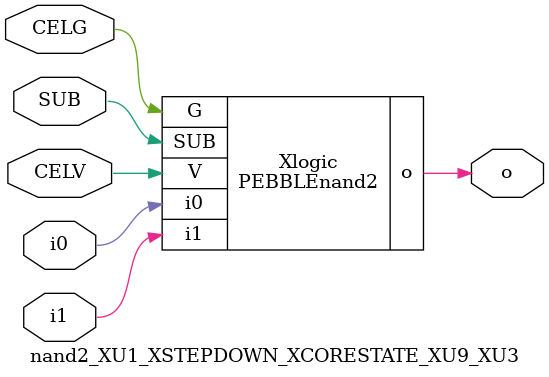
<source format=v>



module PEBBLEnand2 ( o, G, SUB, V, i0, i1 );

  input i0;
  input V;
  input i1;
  input G;
  output o;
  input SUB;
endmodule

//Celera Confidential Do Not Copy nand2_XU1_XSTEPDOWN_XCORESTATE_XU9_XU3
//Celera Confidential Symbol Generator
//5V NAND2
module nand2_XU1_XSTEPDOWN_XCORESTATE_XU9_XU3 (CELV,CELG,i0,i1,o,SUB);
input CELV;
input CELG;
input i0;
input i1;
input SUB;
output o;

//Celera Confidential Do Not Copy nand2
PEBBLEnand2 Xlogic(
.V (CELV),
.i0 (i0),
.i1 (i1),
.o (o),
.SUB (SUB),
.G (CELG)
);
//,diesize,PEBBLEnand2

//Celera Confidential Do Not Copy Module End
//Celera Schematic Generator
endmodule

</source>
